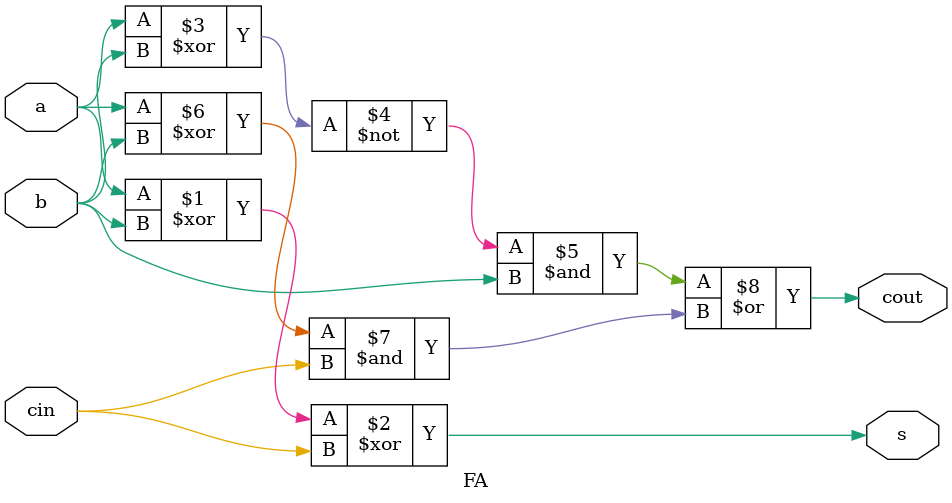
<source format=v>
/*
Oscar Reyes-Sanchez
4 bit Carr-Ripple Adder
October 10, 2022
Digital Systems
*/

module part3 (SW, LEDR);

	input [9:0] SW;
	output [9:0] LEDR;
	
	wire [3:0] A, B, S; 
	wire Cin, Cout, Cout1, Cout2, Cout3;
	
	assign A = SW[7:4];
	assign B = SW[3:0];
	assign Cin = SW[8];
	assign LEDR[3:0] = S;
	assign LEDR[4] = Cout3;
	assign LEDR[9:5] = 5'b0;
	
	FA fa0 (A[0], B[0], Cin,  S[0], Cout);
	FA fa1 (A[1], B[1], Cout, S[1], Cout1);
	FA fa2 (A[2], B[2], Cout1, S[2], Cout2);
	FA fa3 (A[3], B[3], Cout2, S[3], Cout3);
	
endmodule

//For subtracting, ~B[n] and Cin to be 1
module FA (a, b, cin, s, cout);

	input a, b, cin;
	output s, cout;
	
	assign s = (a ^ b) ^ cin;
	assign cout = (~(a ^ b) & b) | ((a ^ b) & cin);

endmodule
</source>
